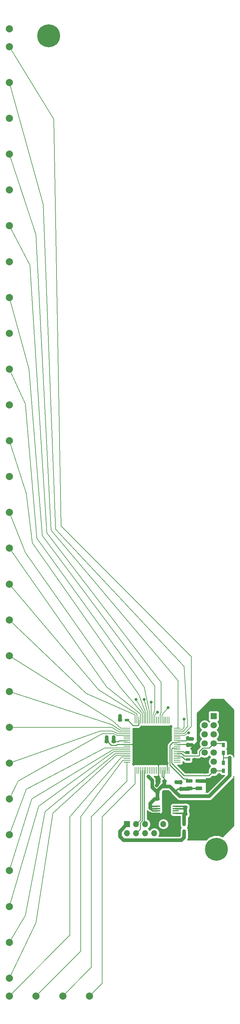
<source format=gtl>
G04 #@! TF.GenerationSoftware,KiCad,Pcbnew,(5.0.0)*
G04 #@! TF.CreationDate,2018-08-18T19:39:24+09:00*
G04 #@! TF.ProjectId,TouchSensor,546F75636853656E736F722E6B696361,rev?*
G04 #@! TF.SameCoordinates,Original*
G04 #@! TF.FileFunction,Copper,L1,Top,Signal*
G04 #@! TF.FilePolarity,Positive*
%FSLAX46Y46*%
G04 Gerber Fmt 4.6, Leading zero omitted, Abs format (unit mm)*
G04 Created by KiCad (PCBNEW (5.0.0)) date 08/18/18 19:39:24*
%MOMM*%
%LPD*%
G01*
G04 APERTURE LIST*
G04 #@! TA.AperFunction,ComponentPad*
%ADD10C,6.400000*%
G04 #@! TD*
G04 #@! TA.AperFunction,ComponentPad*
%ADD11O,1.700000X1.700000*%
G04 #@! TD*
G04 #@! TA.AperFunction,ComponentPad*
%ADD12R,1.700000X1.700000*%
G04 #@! TD*
G04 #@! TA.AperFunction,SMDPad,CuDef*
%ADD13R,1.200000X0.750000*%
G04 #@! TD*
G04 #@! TA.AperFunction,SMDPad,CuDef*
%ADD14R,0.750000X1.200000*%
G04 #@! TD*
G04 #@! TA.AperFunction,ComponentPad*
%ADD15C,1.998980*%
G04 #@! TD*
G04 #@! TA.AperFunction,SMDPad,CuDef*
%ADD16R,0.900000X1.200000*%
G04 #@! TD*
G04 #@! TA.AperFunction,Conductor*
%ADD17C,0.100000*%
G04 #@! TD*
G04 #@! TA.AperFunction,SMDPad,CuDef*
%ADD18C,1.000000*%
G04 #@! TD*
G04 #@! TA.AperFunction,ComponentPad*
%ADD19R,1.800000X1.800000*%
G04 #@! TD*
G04 #@! TA.AperFunction,ComponentPad*
%ADD20C,1.800000*%
G04 #@! TD*
G04 #@! TA.AperFunction,SMDPad,CuDef*
%ADD21R,1.200000X0.900000*%
G04 #@! TD*
G04 #@! TA.AperFunction,SMDPad,CuDef*
%ADD22O,1.800000X0.400000*%
G04 #@! TD*
G04 #@! TA.AperFunction,SMDPad,CuDef*
%ADD23C,2.000000*%
G04 #@! TD*
G04 #@! TA.AperFunction,SMDPad,CuDef*
%ADD24O,2.000000X0.250000*%
G04 #@! TD*
G04 #@! TA.AperFunction,SMDPad,CuDef*
%ADD25O,0.250000X2.000000*%
G04 #@! TD*
G04 #@! TA.AperFunction,ViaPad*
%ADD26C,2.000000*%
G04 #@! TD*
G04 #@! TA.AperFunction,ViaPad*
%ADD27C,0.800000*%
G04 #@! TD*
G04 #@! TA.AperFunction,Conductor*
%ADD28C,1.000000*%
G04 #@! TD*
G04 #@! TA.AperFunction,Conductor*
%ADD29C,0.400000*%
G04 #@! TD*
G04 #@! TA.AperFunction,Conductor*
%ADD30C,0.250000*%
G04 #@! TD*
G04 #@! TA.AperFunction,Conductor*
%ADD31C,0.200000*%
G04 #@! TD*
G04 #@! TA.AperFunction,Conductor*
%ADD32C,0.254000*%
G04 #@! TD*
G04 APERTURE END LIST*
D10*
G04 #@! TO.P,REF\002A\002A,1*
G04 #@! TO.N,N/C*
X111000000Y-52000000D03*
G04 #@! TD*
D11*
G04 #@! TO.P,P1,10*
G04 #@! TO.N,GND*
X143160000Y-274540000D03*
G04 #@! TO.P,P1,9*
G04 #@! TO.N,/RES#*
X143160000Y-272000000D03*
G04 #@! TO.P,P1,8*
G04 #@! TO.N,N/C*
X140620000Y-274540000D03*
G04 #@! TO.P,P1,7*
G04 #@! TO.N,GND*
X140620000Y-272000000D03*
G04 #@! TO.P,P1,6*
G04 #@! TO.N,N/C*
X138080000Y-274540000D03*
G04 #@! TO.P,P1,5*
G04 #@! TO.N,Net-(P1-Pad5)*
X138080000Y-272000000D03*
G04 #@! TO.P,P1,4*
G04 #@! TO.N,Net-(P1-Pad4)*
X135540000Y-274540000D03*
G04 #@! TO.P,P1,3*
G04 #@! TO.N,Net-(P1-Pad3)*
X135540000Y-272000000D03*
G04 #@! TO.P,P1,2*
G04 #@! TO.N,GND*
X133000000Y-274540000D03*
D12*
G04 #@! TO.P,P1,1*
G04 #@! TO.N,+5V*
X133000000Y-272000000D03*
G04 #@! TD*
D13*
G04 #@! TO.P,C1,2*
G04 #@! TO.N,Net-(C1-Pad2)*
X149300000Y-269250000D03*
G04 #@! TO.P,C1,1*
G04 #@! TO.N,GND*
X151200000Y-269250000D03*
G04 #@! TD*
G04 #@! TO.P,C2,1*
G04 #@! TO.N,GND*
X151200000Y-267250000D03*
G04 #@! TO.P,C2,2*
G04 #@! TO.N,Net-(C1-Pad2)*
X149300000Y-267250000D03*
G04 #@! TD*
G04 #@! TO.P,C3,2*
G04 #@! TO.N,+3V3*
X141550000Y-265000000D03*
G04 #@! TO.P,C3,1*
G04 #@! TO.N,GND*
X143450000Y-265000000D03*
G04 #@! TD*
G04 #@! TO.P,C4,1*
G04 #@! TO.N,GND*
X143450000Y-263000000D03*
G04 #@! TO.P,C4,2*
G04 #@! TO.N,+3V3*
X141550000Y-263000000D03*
G04 #@! TD*
D14*
G04 #@! TO.P,C5,1*
G04 #@! TO.N,GND*
X148000000Y-260300000D03*
G04 #@! TO.P,C5,2*
G04 #@! TO.N,+3V3*
X148000000Y-262200000D03*
G04 #@! TD*
D13*
G04 #@! TO.P,C6,1*
G04 #@! TO.N,Net-(C6-Pad1)*
X150050000Y-254000000D03*
G04 #@! TO.P,C6,2*
G04 #@! TO.N,GND*
X151950000Y-254000000D03*
G04 #@! TD*
G04 #@! TO.P,C7,2*
G04 #@! TO.N,Net-(C7-Pad2)*
X132950000Y-243000000D03*
G04 #@! TO.P,C7,1*
G04 #@! TO.N,GND*
X131050000Y-243000000D03*
G04 #@! TD*
D14*
G04 #@! TO.P,C8,2*
G04 #@! TO.N,+3V3*
X150000000Y-248050000D03*
G04 #@! TO.P,C8,1*
G04 #@! TO.N,GND*
X150000000Y-249950000D03*
G04 #@! TD*
D13*
G04 #@! TO.P,C9,1*
G04 #@! TO.N,GND*
X127300000Y-249000000D03*
G04 #@! TO.P,C9,2*
G04 #@! TO.N,+3V3*
X129200000Y-249000000D03*
G04 #@! TD*
G04 #@! TO.P,C10,2*
G04 #@! TO.N,+3V3*
X143450000Y-260000000D03*
G04 #@! TO.P,C10,1*
G04 #@! TO.N,GND*
X141550000Y-260000000D03*
G04 #@! TD*
D15*
G04 #@! TO.P,J1,1*
G04 #@! TO.N,Net-(J1-Pad1)*
X100000000Y-50000000D03*
G04 #@! TD*
G04 #@! TO.P,J2,1*
G04 #@! TO.N,Net-(J2-Pad1)*
X100000000Y-55000000D03*
G04 #@! TD*
G04 #@! TO.P,J3,1*
G04 #@! TO.N,Net-(J3-Pad1)*
X100000000Y-65000000D03*
G04 #@! TD*
G04 #@! TO.P,J4,1*
G04 #@! TO.N,Net-(J4-Pad1)*
X100000000Y-75000000D03*
G04 #@! TD*
G04 #@! TO.P,J5,1*
G04 #@! TO.N,Net-(J5-Pad1)*
X100000000Y-85000000D03*
G04 #@! TD*
G04 #@! TO.P,J6,1*
G04 #@! TO.N,Net-(J6-Pad1)*
X100000000Y-95000000D03*
G04 #@! TD*
G04 #@! TO.P,J7,1*
G04 #@! TO.N,Net-(J7-Pad1)*
X100000000Y-105000000D03*
G04 #@! TD*
G04 #@! TO.P,J8,1*
G04 #@! TO.N,Net-(J8-Pad1)*
X100000000Y-115000000D03*
G04 #@! TD*
G04 #@! TO.P,J9,1*
G04 #@! TO.N,Net-(J9-Pad1)*
X100000000Y-125000000D03*
G04 #@! TD*
G04 #@! TO.P,J10,1*
G04 #@! TO.N,Net-(J10-Pad1)*
X100000000Y-135000000D03*
G04 #@! TD*
G04 #@! TO.P,J11,1*
G04 #@! TO.N,Net-(J11-Pad1)*
X100000000Y-145000000D03*
G04 #@! TD*
G04 #@! TO.P,J12,1*
G04 #@! TO.N,Net-(J12-Pad1)*
X100000000Y-155000000D03*
G04 #@! TD*
G04 #@! TO.P,J13,1*
G04 #@! TO.N,Net-(J13-Pad1)*
X100000000Y-165000000D03*
G04 #@! TD*
G04 #@! TO.P,J14,1*
G04 #@! TO.N,Net-(J14-Pad1)*
X100000000Y-175000000D03*
G04 #@! TD*
G04 #@! TO.P,J15,1*
G04 #@! TO.N,Net-(J15-Pad1)*
X100000000Y-185000000D03*
G04 #@! TD*
G04 #@! TO.P,J16,1*
G04 #@! TO.N,Net-(J16-Pad1)*
X100000000Y-195000000D03*
G04 #@! TD*
G04 #@! TO.P,J17,1*
G04 #@! TO.N,Net-(J17-Pad1)*
X100000000Y-205000000D03*
G04 #@! TD*
G04 #@! TO.P,J18,1*
G04 #@! TO.N,Net-(J18-Pad1)*
X100000000Y-215000000D03*
G04 #@! TD*
G04 #@! TO.P,J19,1*
G04 #@! TO.N,Net-(J19-Pad1)*
X100000000Y-225000000D03*
G04 #@! TD*
G04 #@! TO.P,J20,1*
G04 #@! TO.N,Net-(J20-Pad1)*
X100000000Y-235000000D03*
G04 #@! TD*
G04 #@! TO.P,J21,1*
G04 #@! TO.N,Net-(J21-Pad1)*
X100000000Y-245000000D03*
G04 #@! TD*
G04 #@! TO.P,J22,1*
G04 #@! TO.N,Net-(J22-Pad1)*
X100000000Y-255000000D03*
G04 #@! TD*
G04 #@! TO.P,J23,1*
G04 #@! TO.N,Net-(J23-Pad1)*
X100000000Y-265000000D03*
G04 #@! TD*
G04 #@! TO.P,J24,1*
G04 #@! TO.N,Net-(J24-Pad1)*
X100000000Y-275000000D03*
G04 #@! TD*
G04 #@! TO.P,J25,1*
G04 #@! TO.N,Net-(J25-Pad1)*
X100000000Y-285000000D03*
G04 #@! TD*
G04 #@! TO.P,J26,1*
G04 #@! TO.N,Net-(J26-Pad1)*
X100000000Y-295000000D03*
G04 #@! TD*
G04 #@! TO.P,J27,1*
G04 #@! TO.N,Net-(J27-Pad1)*
X100000000Y-305000000D03*
G04 #@! TD*
G04 #@! TO.P,J28,1*
G04 #@! TO.N,Net-(J28-Pad1)*
X100000000Y-315000000D03*
G04 #@! TD*
G04 #@! TO.P,J29,1*
G04 #@! TO.N,Net-(J29-Pad1)*
X100000000Y-320000000D03*
G04 #@! TD*
G04 #@! TO.P,J30,1*
G04 #@! TO.N,Net-(J30-Pad1)*
X107500000Y-320000000D03*
G04 #@! TD*
G04 #@! TO.P,J31,1*
G04 #@! TO.N,Net-(J31-Pad1)*
X115000000Y-320000000D03*
G04 #@! TD*
G04 #@! TO.P,J32,1*
G04 #@! TO.N,Net-(J32-Pad1)*
X122500000Y-320000000D03*
G04 #@! TD*
D16*
G04 #@! TO.P,L1,2*
G04 #@! TO.N,+5V*
X149000000Y-274100000D03*
G04 #@! TO.P,L1,1*
G04 #@! TO.N,Net-(C1-Pad2)*
X149000000Y-271900000D03*
G04 #@! TD*
D17*
G04 #@! TO.N,+3V3*
G04 #@! TO.C,O1*
G36*
X151074504Y-261551204D02*
X151098773Y-261554804D01*
X151122571Y-261560765D01*
X151145671Y-261569030D01*
X151167849Y-261579520D01*
X151188893Y-261592133D01*
X151208598Y-261606747D01*
X151226777Y-261623223D01*
X151243253Y-261641402D01*
X151257867Y-261661107D01*
X151270480Y-261682151D01*
X151280970Y-261704329D01*
X151289235Y-261727429D01*
X151295196Y-261751227D01*
X151298796Y-261775496D01*
X151300000Y-261800000D01*
X151300000Y-262300000D01*
X151298796Y-262324504D01*
X151295196Y-262348773D01*
X151289235Y-262372571D01*
X151280970Y-262395671D01*
X151270480Y-262417849D01*
X151257867Y-262438893D01*
X151243253Y-262458598D01*
X151226777Y-262476777D01*
X151208598Y-262493253D01*
X151188893Y-262507867D01*
X151167849Y-262520480D01*
X151145671Y-262530970D01*
X151122571Y-262539235D01*
X151098773Y-262545196D01*
X151074504Y-262548796D01*
X151050000Y-262550000D01*
X149750000Y-262550000D01*
X149725496Y-262548796D01*
X149701227Y-262545196D01*
X149677429Y-262539235D01*
X149654329Y-262530970D01*
X149632151Y-262520480D01*
X149611107Y-262507867D01*
X149591402Y-262493253D01*
X149573223Y-262476777D01*
X149556747Y-262458598D01*
X149542133Y-262438893D01*
X149529520Y-262417849D01*
X149519030Y-262395671D01*
X149510765Y-262372571D01*
X149504804Y-262348773D01*
X149501204Y-262324504D01*
X149500000Y-262300000D01*
X149500000Y-261800000D01*
X149501204Y-261775496D01*
X149504804Y-261751227D01*
X149510765Y-261727429D01*
X149519030Y-261704329D01*
X149529520Y-261682151D01*
X149542133Y-261661107D01*
X149556747Y-261641402D01*
X149573223Y-261623223D01*
X149591402Y-261606747D01*
X149611107Y-261592133D01*
X149632151Y-261579520D01*
X149654329Y-261569030D01*
X149677429Y-261560765D01*
X149701227Y-261554804D01*
X149725496Y-261551204D01*
X149750000Y-261550000D01*
X151050000Y-261550000D01*
X151074504Y-261551204D01*
X151074504Y-261551204D01*
G37*
D18*
G04 #@! TD*
G04 #@! TO.P,O1,4*
G04 #@! TO.N,+3V3*
X150400000Y-262050000D03*
D17*
G04 #@! TO.N,+3V3*
G04 #@! TO.C,O1*
G36*
X153774504Y-261551204D02*
X153798773Y-261554804D01*
X153822571Y-261560765D01*
X153845671Y-261569030D01*
X153867849Y-261579520D01*
X153888893Y-261592133D01*
X153908598Y-261606747D01*
X153926777Y-261623223D01*
X153943253Y-261641402D01*
X153957867Y-261661107D01*
X153970480Y-261682151D01*
X153980970Y-261704329D01*
X153989235Y-261727429D01*
X153995196Y-261751227D01*
X153998796Y-261775496D01*
X154000000Y-261800000D01*
X154000000Y-262300000D01*
X153998796Y-262324504D01*
X153995196Y-262348773D01*
X153989235Y-262372571D01*
X153980970Y-262395671D01*
X153970480Y-262417849D01*
X153957867Y-262438893D01*
X153943253Y-262458598D01*
X153926777Y-262476777D01*
X153908598Y-262493253D01*
X153888893Y-262507867D01*
X153867849Y-262520480D01*
X153845671Y-262530970D01*
X153822571Y-262539235D01*
X153798773Y-262545196D01*
X153774504Y-262548796D01*
X153750000Y-262550000D01*
X152450000Y-262550000D01*
X152425496Y-262548796D01*
X152401227Y-262545196D01*
X152377429Y-262539235D01*
X152354329Y-262530970D01*
X152332151Y-262520480D01*
X152311107Y-262507867D01*
X152291402Y-262493253D01*
X152273223Y-262476777D01*
X152256747Y-262458598D01*
X152242133Y-262438893D01*
X152229520Y-262417849D01*
X152219030Y-262395671D01*
X152210765Y-262372571D01*
X152204804Y-262348773D01*
X152201204Y-262324504D01*
X152200000Y-262300000D01*
X152200000Y-261800000D01*
X152201204Y-261775496D01*
X152204804Y-261751227D01*
X152210765Y-261727429D01*
X152219030Y-261704329D01*
X152229520Y-261682151D01*
X152242133Y-261661107D01*
X152256747Y-261641402D01*
X152273223Y-261623223D01*
X152291402Y-261606747D01*
X152311107Y-261592133D01*
X152332151Y-261579520D01*
X152354329Y-261569030D01*
X152377429Y-261560765D01*
X152401227Y-261554804D01*
X152425496Y-261551204D01*
X152450000Y-261550000D01*
X153750000Y-261550000D01*
X153774504Y-261551204D01*
X153774504Y-261551204D01*
G37*
D18*
G04 #@! TD*
G04 #@! TO.P,O1,1*
G04 #@! TO.N,+3V3*
X153100000Y-262050000D03*
D17*
G04 #@! TO.N,/CLK8*
G04 #@! TO.C,O1*
G36*
X151074504Y-259451204D02*
X151098773Y-259454804D01*
X151122571Y-259460765D01*
X151145671Y-259469030D01*
X151167849Y-259479520D01*
X151188893Y-259492133D01*
X151208598Y-259506747D01*
X151226777Y-259523223D01*
X151243253Y-259541402D01*
X151257867Y-259561107D01*
X151270480Y-259582151D01*
X151280970Y-259604329D01*
X151289235Y-259627429D01*
X151295196Y-259651227D01*
X151298796Y-259675496D01*
X151300000Y-259700000D01*
X151300000Y-260200000D01*
X151298796Y-260224504D01*
X151295196Y-260248773D01*
X151289235Y-260272571D01*
X151280970Y-260295671D01*
X151270480Y-260317849D01*
X151257867Y-260338893D01*
X151243253Y-260358598D01*
X151226777Y-260376777D01*
X151208598Y-260393253D01*
X151188893Y-260407867D01*
X151167849Y-260420480D01*
X151145671Y-260430970D01*
X151122571Y-260439235D01*
X151098773Y-260445196D01*
X151074504Y-260448796D01*
X151050000Y-260450000D01*
X149750000Y-260450000D01*
X149725496Y-260448796D01*
X149701227Y-260445196D01*
X149677429Y-260439235D01*
X149654329Y-260430970D01*
X149632151Y-260420480D01*
X149611107Y-260407867D01*
X149591402Y-260393253D01*
X149573223Y-260376777D01*
X149556747Y-260358598D01*
X149542133Y-260338893D01*
X149529520Y-260317849D01*
X149519030Y-260295671D01*
X149510765Y-260272571D01*
X149504804Y-260248773D01*
X149501204Y-260224504D01*
X149500000Y-260200000D01*
X149500000Y-259700000D01*
X149501204Y-259675496D01*
X149504804Y-259651227D01*
X149510765Y-259627429D01*
X149519030Y-259604329D01*
X149529520Y-259582151D01*
X149542133Y-259561107D01*
X149556747Y-259541402D01*
X149573223Y-259523223D01*
X149591402Y-259506747D01*
X149611107Y-259492133D01*
X149632151Y-259479520D01*
X149654329Y-259469030D01*
X149677429Y-259460765D01*
X149701227Y-259454804D01*
X149725496Y-259451204D01*
X149750000Y-259450000D01*
X151050000Y-259450000D01*
X151074504Y-259451204D01*
X151074504Y-259451204D01*
G37*
D18*
G04 #@! TD*
G04 #@! TO.P,O1,3*
G04 #@! TO.N,/CLK8*
X150400000Y-259950000D03*
D17*
G04 #@! TO.N,GND*
G04 #@! TO.C,O1*
G36*
X153774504Y-259451204D02*
X153798773Y-259454804D01*
X153822571Y-259460765D01*
X153845671Y-259469030D01*
X153867849Y-259479520D01*
X153888893Y-259492133D01*
X153908598Y-259506747D01*
X153926777Y-259523223D01*
X153943253Y-259541402D01*
X153957867Y-259561107D01*
X153970480Y-259582151D01*
X153980970Y-259604329D01*
X153989235Y-259627429D01*
X153995196Y-259651227D01*
X153998796Y-259675496D01*
X154000000Y-259700000D01*
X154000000Y-260200000D01*
X153998796Y-260224504D01*
X153995196Y-260248773D01*
X153989235Y-260272571D01*
X153980970Y-260295671D01*
X153970480Y-260317849D01*
X153957867Y-260338893D01*
X153943253Y-260358598D01*
X153926777Y-260376777D01*
X153908598Y-260393253D01*
X153888893Y-260407867D01*
X153867849Y-260420480D01*
X153845671Y-260430970D01*
X153822571Y-260439235D01*
X153798773Y-260445196D01*
X153774504Y-260448796D01*
X153750000Y-260450000D01*
X152450000Y-260450000D01*
X152425496Y-260448796D01*
X152401227Y-260445196D01*
X152377429Y-260439235D01*
X152354329Y-260430970D01*
X152332151Y-260420480D01*
X152311107Y-260407867D01*
X152291402Y-260393253D01*
X152273223Y-260376777D01*
X152256747Y-260358598D01*
X152242133Y-260338893D01*
X152229520Y-260317849D01*
X152219030Y-260295671D01*
X152210765Y-260272571D01*
X152204804Y-260248773D01*
X152201204Y-260224504D01*
X152200000Y-260200000D01*
X152200000Y-259700000D01*
X152201204Y-259675496D01*
X152204804Y-259651227D01*
X152210765Y-259627429D01*
X152219030Y-259604329D01*
X152229520Y-259582151D01*
X152242133Y-259561107D01*
X152256747Y-259541402D01*
X152273223Y-259523223D01*
X152291402Y-259506747D01*
X152311107Y-259492133D01*
X152332151Y-259479520D01*
X152354329Y-259469030D01*
X152377429Y-259460765D01*
X152401227Y-259454804D01*
X152425496Y-259451204D01*
X152450000Y-259450000D01*
X153750000Y-259450000D01*
X153774504Y-259451204D01*
X153774504Y-259451204D01*
G37*
D18*
G04 #@! TD*
G04 #@! TO.P,O1,2*
G04 #@! TO.N,GND*
X153100000Y-259950000D03*
D19*
G04 #@! TO.P,P2,1*
G04 #@! TO.N,N/C*
X157270000Y-241880000D03*
D20*
G04 #@! TO.P,P2,2*
G04 #@! TO.N,GND*
X154730000Y-241880000D03*
G04 #@! TO.P,P2,3*
G04 #@! TO.N,N/C*
X157270000Y-244420000D03*
G04 #@! TO.P,P2,4*
X154730000Y-244420000D03*
G04 #@! TO.P,P2,5*
X157270000Y-246960000D03*
G04 #@! TO.P,P2,6*
X154730000Y-246960000D03*
G04 #@! TO.P,P2,7*
G04 #@! TO.N,/FINED*
X157270000Y-249500000D03*
G04 #@! TO.P,P2,8*
G04 #@! TO.N,+3V3*
X154730000Y-249500000D03*
G04 #@! TO.P,P2,9*
G04 #@! TO.N,N/C*
X157270000Y-252040000D03*
G04 #@! TO.P,P2,10*
X154730000Y-252040000D03*
G04 #@! TO.P,P2,11*
X157270000Y-254580000D03*
G04 #@! TO.P,P2,12*
G04 #@! TO.N,GND*
X154730000Y-254580000D03*
G04 #@! TO.P,P2,13*
G04 #@! TO.N,/RES#*
X157270000Y-257120000D03*
G04 #@! TO.P,P2,14*
G04 #@! TO.N,GND*
X154730000Y-257120000D03*
G04 #@! TD*
D16*
G04 #@! TO.P,R1,1*
G04 #@! TO.N,+3V3*
X160000000Y-252100000D03*
G04 #@! TO.P,R1,2*
G04 #@! TO.N,/FINED*
X160000000Y-249900000D03*
G04 #@! TD*
G04 #@! TO.P,R2,2*
G04 #@! TO.N,/RES#*
X160000000Y-257100000D03*
G04 #@! TO.P,R2,1*
G04 #@! TO.N,+3V3*
X160000000Y-254900000D03*
G04 #@! TD*
D21*
G04 #@! TO.P,R3,2*
G04 #@! TO.N,GND*
X152100000Y-252000000D03*
G04 #@! TO.P,R3,1*
G04 #@! TO.N,Net-(R3-Pad1)*
X149900000Y-252000000D03*
G04 #@! TD*
D22*
G04 #@! TO.P,U1,8*
G04 #@! TO.N,Net-(C1-Pad2)*
X146600000Y-267025000D03*
G04 #@! TO.P,U1,1*
G04 #@! TO.N,+3V3*
X141400000Y-267025000D03*
G04 #@! TO.P,U1,7*
G04 #@! TO.N,Net-(C1-Pad2)*
X146600000Y-267675000D03*
G04 #@! TO.P,U1,2*
G04 #@! TO.N,+3V3*
X141400000Y-267675000D03*
G04 #@! TO.P,U1,6*
G04 #@! TO.N,N/C*
X146600000Y-268325000D03*
G04 #@! TO.P,U1,3*
G04 #@! TO.N,+3V3*
X141400000Y-268325000D03*
G04 #@! TO.P,U1,5*
G04 #@! TO.N,Net-(C1-Pad2)*
X146600000Y-268975000D03*
G04 #@! TO.P,U1,4*
G04 #@! TO.N,GND*
X141400000Y-268975000D03*
D23*
G04 #@! TO.P,U1,EP*
X144000000Y-268000000D03*
D17*
G04 #@! TD*
G04 #@! TO.N,GND*
G04 #@! TO.C,U1*
G36*
X143000000Y-267000000D02*
X145000000Y-267000000D01*
X145000000Y-269000000D01*
X143000000Y-269000000D01*
X143000000Y-267000000D01*
X143000000Y-267000000D01*
G37*
D24*
G04 #@! TO.P,U2,1*
G04 #@! TO.N,N/C*
X147000000Y-254750000D03*
G04 #@! TO.P,U2,2*
X147000000Y-254250000D03*
G04 #@! TO.P,U2,3*
X147000000Y-253750000D03*
G04 #@! TO.P,U2,4*
G04 #@! TO.N,Net-(C6-Pad1)*
X147000000Y-253250000D03*
G04 #@! TO.P,U2,5*
G04 #@! TO.N,N/C*
X147000000Y-252750000D03*
G04 #@! TO.P,U2,6*
G04 #@! TO.N,/FINED*
X147000000Y-252250000D03*
G04 #@! TO.P,U2,7*
G04 #@! TO.N,Net-(R3-Pad1)*
X147000000Y-251750000D03*
G04 #@! TO.P,U2,8*
G04 #@! TO.N,N/C*
X147000000Y-251250000D03*
G04 #@! TO.P,U2,9*
G04 #@! TO.N,/RES#*
X147000000Y-250750000D03*
G04 #@! TO.P,U2,10*
G04 #@! TO.N,N/C*
X147000000Y-250250000D03*
G04 #@! TO.P,U2,11*
G04 #@! TO.N,GND*
X147000000Y-249750000D03*
G04 #@! TO.P,U2,12*
G04 #@! TO.N,/CLK8*
X147000000Y-249250000D03*
G04 #@! TO.P,U2,13*
G04 #@! TO.N,+3V3*
X147000000Y-248750000D03*
G04 #@! TO.P,U2,14*
G04 #@! TO.N,N/C*
X147000000Y-248250000D03*
G04 #@! TO.P,U2,15*
X147000000Y-247750000D03*
G04 #@! TO.P,U2,16*
G04 #@! TO.N,Net-(J1-Pad1)*
X147000000Y-247250000D03*
G04 #@! TO.P,U2,17*
G04 #@! TO.N,Net-(J2-Pad1)*
X147000000Y-246750000D03*
G04 #@! TO.P,U2,18*
G04 #@! TO.N,Net-(J3-Pad1)*
X147000000Y-246250000D03*
G04 #@! TO.P,U2,19*
G04 #@! TO.N,Net-(J4-Pad1)*
X147000000Y-245750000D03*
G04 #@! TO.P,U2,20*
G04 #@! TO.N,Net-(J5-Pad1)*
X147000000Y-245250000D03*
D25*
G04 #@! TO.P,U2,21*
G04 #@! TO.N,N/C*
X144750000Y-243000000D03*
G04 #@! TO.P,U2,22*
X144250000Y-243000000D03*
G04 #@! TO.P,U2,23*
X143750000Y-243000000D03*
G04 #@! TO.P,U2,24*
X143250000Y-243000000D03*
G04 #@! TO.P,U2,25*
G04 #@! TO.N,Net-(J6-Pad1)*
X142750000Y-243000000D03*
G04 #@! TO.P,U2,26*
G04 #@! TO.N,Net-(J7-Pad1)*
X142250000Y-243000000D03*
G04 #@! TO.P,U2,27*
G04 #@! TO.N,N/C*
X141750000Y-243000000D03*
G04 #@! TO.P,U2,28*
X141250000Y-243000000D03*
G04 #@! TO.P,U2,29*
G04 #@! TO.N,Net-(J8-Pad1)*
X140750000Y-243000000D03*
G04 #@! TO.P,U2,30*
G04 #@! TO.N,Net-(J9-Pad1)*
X140250000Y-243000000D03*
G04 #@! TO.P,U2,31*
G04 #@! TO.N,Net-(J10-Pad1)*
X139750000Y-243000000D03*
G04 #@! TO.P,U2,32*
G04 #@! TO.N,Net-(J11-Pad1)*
X139250000Y-243000000D03*
G04 #@! TO.P,U2,33*
G04 #@! TO.N,Net-(J12-Pad1)*
X138750000Y-243000000D03*
G04 #@! TO.P,U2,34*
G04 #@! TO.N,Net-(J13-Pad1)*
X138250000Y-243000000D03*
G04 #@! TO.P,U2,35*
G04 #@! TO.N,Net-(J14-Pad1)*
X137750000Y-243000000D03*
G04 #@! TO.P,U2,36*
G04 #@! TO.N,Net-(J15-Pad1)*
X137250000Y-243000000D03*
G04 #@! TO.P,U2,37*
G04 #@! TO.N,Net-(J16-Pad1)*
X136750000Y-243000000D03*
G04 #@! TO.P,U2,38*
G04 #@! TO.N,Net-(C7-Pad2)*
X136250000Y-243000000D03*
G04 #@! TO.P,U2,39*
G04 #@! TO.N,Net-(J17-Pad1)*
X135750000Y-243000000D03*
G04 #@! TO.P,U2,40*
G04 #@! TO.N,Net-(J18-Pad1)*
X135250000Y-243000000D03*
D24*
G04 #@! TO.P,U2,41*
G04 #@! TO.N,Net-(J19-Pad1)*
X133000000Y-245250000D03*
G04 #@! TO.P,U2,42*
G04 #@! TO.N,Net-(J20-Pad1)*
X133000000Y-245750000D03*
G04 #@! TO.P,U2,43*
G04 #@! TO.N,Net-(J21-Pad1)*
X133000000Y-246250000D03*
G04 #@! TO.P,U2,44*
G04 #@! TO.N,Net-(J22-Pad1)*
X133000000Y-246750000D03*
G04 #@! TO.P,U2,45*
G04 #@! TO.N,Net-(J23-Pad1)*
X133000000Y-247250000D03*
G04 #@! TO.P,U2,46*
G04 #@! TO.N,N/C*
X133000000Y-247750000D03*
G04 #@! TO.P,U2,47*
X133000000Y-248250000D03*
G04 #@! TO.P,U2,48*
G04 #@! TO.N,+3V3*
X133000000Y-248750000D03*
G04 #@! TO.P,U2,49*
G04 #@! TO.N,N/C*
X133000000Y-249250000D03*
G04 #@! TO.P,U2,50*
G04 #@! TO.N,GND*
X133000000Y-249750000D03*
G04 #@! TO.P,U2,51*
G04 #@! TO.N,N/C*
X133000000Y-250250000D03*
G04 #@! TO.P,U2,52*
G04 #@! TO.N,Net-(J24-Pad1)*
X133000000Y-250750000D03*
G04 #@! TO.P,U2,53*
G04 #@! TO.N,Net-(J25-Pad1)*
X133000000Y-251250000D03*
G04 #@! TO.P,U2,54*
G04 #@! TO.N,Net-(J26-Pad1)*
X133000000Y-251750000D03*
G04 #@! TO.P,U2,55*
G04 #@! TO.N,Net-(J27-Pad1)*
X133000000Y-252250000D03*
G04 #@! TO.P,U2,56*
G04 #@! TO.N,Net-(J28-Pad1)*
X133000000Y-252750000D03*
G04 #@! TO.P,U2,57*
G04 #@! TO.N,Net-(J29-Pad1)*
X133000000Y-253250000D03*
G04 #@! TO.P,U2,58*
G04 #@! TO.N,N/C*
X133000000Y-253750000D03*
G04 #@! TO.P,U2,59*
G04 #@! TO.N,Net-(J30-Pad1)*
X133000000Y-254250000D03*
G04 #@! TO.P,U2,60*
G04 #@! TO.N,Net-(J31-Pad1)*
X133000000Y-254750000D03*
D25*
G04 #@! TO.P,U2,61*
G04 #@! TO.N,Net-(J32-Pad1)*
X135250000Y-257000000D03*
G04 #@! TO.P,U2,62*
G04 #@! TO.N,N/C*
X135750000Y-257000000D03*
G04 #@! TO.P,U2,63*
X136250000Y-257000000D03*
G04 #@! TO.P,U2,64*
G04 #@! TO.N,Net-(P1-Pad3)*
X136750000Y-257000000D03*
G04 #@! TO.P,U2,65*
G04 #@! TO.N,Net-(P1-Pad4)*
X137250000Y-257000000D03*
G04 #@! TO.P,U2,66*
G04 #@! TO.N,Net-(P1-Pad5)*
X137750000Y-257000000D03*
G04 #@! TO.P,U2,67*
G04 #@! TO.N,N/C*
X138250000Y-257000000D03*
G04 #@! TO.P,U2,68*
X138750000Y-257000000D03*
G04 #@! TO.P,U2,69*
X139250000Y-257000000D03*
G04 #@! TO.P,U2,70*
X139750000Y-257000000D03*
G04 #@! TO.P,U2,71*
X140250000Y-257000000D03*
G04 #@! TO.P,U2,72*
X140750000Y-257000000D03*
G04 #@! TO.P,U2,73*
X141250000Y-257000000D03*
G04 #@! TO.P,U2,74*
G04 #@! TO.N,GND*
X141750000Y-257000000D03*
G04 #@! TO.P,U2,75*
G04 #@! TO.N,N/C*
X142250000Y-257000000D03*
G04 #@! TO.P,U2,76*
G04 #@! TO.N,+3V3*
X142750000Y-257000000D03*
G04 #@! TO.P,U2,77*
X143250000Y-257000000D03*
G04 #@! TO.P,U2,78*
G04 #@! TO.N,N/C*
X143750000Y-257000000D03*
G04 #@! TO.P,U2,79*
G04 #@! TO.N,GND*
X144250000Y-257000000D03*
G04 #@! TO.P,U2,80*
G04 #@! TO.N,N/C*
X144750000Y-257000000D03*
G04 #@! TD*
D10*
G04 #@! TO.P,REF\002A\002A,1*
G04 #@! TO.N,N/C*
X158000000Y-279000000D03*
G04 #@! TD*
D26*
G04 #@! TO.N,GND*
X144000000Y-268000000D03*
D27*
X131000000Y-241750000D03*
X151250000Y-250000000D03*
X152250000Y-250750000D03*
X152250000Y-255250000D03*
X145000000Y-263500000D03*
X145000000Y-265000000D03*
X127250000Y-247750000D03*
X152750000Y-267250000D03*
X152750000Y-269250000D03*
X141250000Y-261250000D03*
X139500000Y-269000000D03*
X146750000Y-260250000D03*
X155000000Y-260000000D03*
X135500000Y-245500000D03*
X141750000Y-255000000D03*
X135000000Y-249750000D03*
X144250000Y-255000000D03*
X135500000Y-254500000D03*
X144500000Y-245500000D03*
X140000000Y-245500000D03*
X139000000Y-249500000D03*
X142000000Y-251000000D03*
X158500000Y-259000000D03*
X153000000Y-273500000D03*
X146500000Y-273500000D03*
X146500000Y-270500000D03*
X160000000Y-270000000D03*
X160000000Y-265000000D03*
X160000000Y-247000000D03*
X160000000Y-240000000D03*
G04 #@! TO.N,+3V3*
X139000000Y-258750000D03*
X151250000Y-248250000D03*
X129250000Y-247750000D03*
G04 #@! TO.N,Net-(J1-Pad1)*
X150250000Y-246500000D03*
G04 #@! TO.N,Net-(J4-Pad1)*
X149000000Y-242750000D03*
G04 #@! TO.N,Net-(J6-Pad1)*
X144500000Y-239500000D03*
G04 #@! TO.N,Net-(J8-Pad1)*
X141500000Y-240750000D03*
G04 #@! TO.N,Net-(J10-Pad1)*
X139750000Y-238000000D03*
G04 #@! TO.N,Net-(J12-Pad1)*
X137750000Y-237250000D03*
G04 #@! TO.N,Net-(J14-Pad1)*
X135500000Y-237250000D03*
G04 #@! TD*
D28*
G04 #@! TO.N,Net-(C1-Pad2)*
X149300000Y-269250000D02*
X149300000Y-267250000D01*
D29*
X149075000Y-267025000D02*
X149300000Y-267250000D01*
X146600000Y-267025000D02*
X149075000Y-267025000D01*
X148875000Y-267675000D02*
X149300000Y-267250000D01*
X146600000Y-267675000D02*
X148875000Y-267675000D01*
X149025000Y-268975000D02*
X149300000Y-269250000D01*
X146600000Y-268975000D02*
X149025000Y-268975000D01*
D28*
X149000000Y-269550000D02*
X149300000Y-269250000D01*
X149000000Y-271900000D02*
X149000000Y-269550000D01*
D30*
G04 #@! TO.N,GND*
X149800000Y-249750000D02*
X150000000Y-249950000D01*
X147000000Y-249750000D02*
X149800000Y-249750000D01*
X141750000Y-258250000D02*
X141750000Y-257000000D01*
X141750000Y-259175000D02*
X141750000Y-258250000D01*
X141550000Y-259375000D02*
X141750000Y-259175000D01*
X141550000Y-260000000D02*
X141550000Y-259375000D01*
D28*
X131050000Y-243000000D02*
X131050000Y-241800000D01*
X131050000Y-241800000D02*
X131000000Y-241750000D01*
X150000000Y-249950000D02*
X151200000Y-249950000D01*
X151200000Y-249950000D02*
X151250000Y-250000000D01*
X152100000Y-252000000D02*
X152100000Y-250900000D01*
X152100000Y-250900000D02*
X152250000Y-250750000D01*
X151950000Y-254000000D02*
X151950000Y-254950000D01*
X151950000Y-254950000D02*
X152250000Y-255250000D01*
X143450000Y-263000000D02*
X143450000Y-265000000D01*
X143450000Y-263000000D02*
X144500000Y-263000000D01*
X144500000Y-263000000D02*
X145000000Y-263500000D01*
X143450000Y-265000000D02*
X145000000Y-265000000D01*
X127300000Y-249000000D02*
X127300000Y-247800000D01*
X127300000Y-247800000D02*
X127250000Y-247750000D01*
D30*
X133000000Y-249750000D02*
X130250000Y-249750000D01*
X130250000Y-249750000D02*
X130000000Y-250000000D01*
X130000000Y-250000000D02*
X128525000Y-250000000D01*
X127525000Y-249000000D02*
X127300000Y-249000000D01*
X128525000Y-250000000D02*
X127525000Y-249000000D01*
D28*
X151200000Y-269250000D02*
X151200000Y-267250000D01*
X151200000Y-267250000D02*
X152750000Y-267250000D01*
X151200000Y-269250000D02*
X152750000Y-269250000D01*
X141550000Y-260000000D02*
X141550000Y-260950000D01*
X141550000Y-260950000D02*
X141250000Y-261250000D01*
D29*
X141400000Y-268975000D02*
X139525000Y-268975000D01*
X139525000Y-268975000D02*
X139500000Y-269000000D01*
D28*
X148000000Y-260300000D02*
X146800000Y-260300000D01*
X146800000Y-260300000D02*
X146750000Y-260250000D01*
X153100000Y-259950000D02*
X154950000Y-259950000D01*
X154950000Y-259950000D02*
X155000000Y-260000000D01*
D30*
X141750000Y-257000000D02*
X141750000Y-255000000D01*
X133000000Y-249750000D02*
X135000000Y-249750000D01*
X144250000Y-257000000D02*
X144250000Y-255000000D01*
D31*
X136000000Y-255000000D02*
X135500000Y-254500000D01*
X141750000Y-255000000D02*
X136000000Y-255000000D01*
X135500000Y-245500000D02*
X140000000Y-245500000D01*
X140000000Y-245500000D02*
X144500000Y-245500000D01*
X140000000Y-245500000D02*
X139000000Y-249500000D01*
X144250000Y-255000000D02*
X142000000Y-251000000D01*
X155000000Y-260000000D02*
X158500000Y-259000000D01*
X152750000Y-269250000D02*
X153000000Y-273500000D01*
X146500000Y-273500000D02*
X146500000Y-270500000D01*
X153000000Y-273500000D02*
X160000000Y-270000000D01*
X160000000Y-247000000D02*
X160000000Y-240000000D01*
D30*
G04 #@! TO.N,+3V3*
X148250000Y-248750000D02*
X147000000Y-248750000D01*
X149525000Y-248750000D02*
X148250000Y-248750000D01*
X150000000Y-248275000D02*
X149525000Y-248750000D01*
X150000000Y-248050000D02*
X150000000Y-248275000D01*
X143250000Y-258250000D02*
X143250000Y-257000000D01*
X143250000Y-259175000D02*
X143250000Y-258250000D01*
X143450000Y-259375000D02*
X143250000Y-259175000D01*
X143450000Y-260000000D02*
X143450000Y-259375000D01*
X142750000Y-258675000D02*
X143250000Y-259175000D01*
X142750000Y-257000000D02*
X142750000Y-258675000D01*
D28*
X141550000Y-265000000D02*
X141550000Y-263000000D01*
X143450000Y-260764998D02*
X143450000Y-260000000D01*
X141550000Y-263000000D02*
X141550000Y-262664998D01*
X141550000Y-262664998D02*
X142714998Y-261500000D01*
X142714998Y-261500000D02*
X143450000Y-260764998D01*
X142714998Y-261500000D02*
X145000000Y-261500000D01*
X156000000Y-264250000D02*
X161750000Y-258500000D01*
X161750000Y-258500000D02*
X161750000Y-253500000D01*
D30*
X160000000Y-253500000D02*
X160000000Y-254900000D01*
X160000000Y-252100000D02*
X160000000Y-253500000D01*
X160000000Y-253500000D02*
X161750000Y-253500000D01*
D28*
X150200000Y-248250000D02*
X150000000Y-248050000D01*
X151250000Y-248250000D02*
X150200000Y-248250000D01*
X145000000Y-261500000D02*
X146500000Y-263000000D01*
X146500000Y-263000000D02*
X147750000Y-264250000D01*
X147750000Y-264250000D02*
X153000000Y-264250000D01*
X129250000Y-248950000D02*
X129200000Y-249000000D01*
X129250000Y-247750000D02*
X129250000Y-248950000D01*
X140049991Y-261747061D02*
X140967928Y-262664998D01*
X140967928Y-262664998D02*
X141550000Y-262664998D01*
X140049991Y-259799991D02*
X140049991Y-261747061D01*
X139000000Y-258750000D02*
X140049991Y-259799991D01*
X153000000Y-264250000D02*
X156000000Y-264250000D01*
D29*
X139975000Y-267025000D02*
X139500000Y-267500000D01*
X141400000Y-267025000D02*
X139975000Y-267025000D01*
X139675000Y-267675000D02*
X139500000Y-267500000D01*
X141400000Y-267675000D02*
X139675000Y-267675000D01*
X139500000Y-267750000D02*
X140075000Y-268325000D01*
X139500000Y-267500000D02*
X139500000Y-267750000D01*
X140075000Y-268325000D02*
X141400000Y-268325000D01*
X146500000Y-262925000D02*
X146500000Y-263000000D01*
X147225000Y-262200000D02*
X146500000Y-262925000D01*
X148000000Y-262200000D02*
X147225000Y-262200000D01*
D28*
X150250000Y-262200000D02*
X150400000Y-262050000D01*
X148000000Y-262200000D02*
X150250000Y-262200000D01*
D29*
X150400000Y-262050000D02*
X153100000Y-262050000D01*
D28*
X139500000Y-266250000D02*
X139500000Y-267500000D01*
X141550000Y-265000000D02*
X140750000Y-265000000D01*
X140750000Y-265000000D02*
X139500000Y-266250000D01*
D30*
X133000000Y-248750000D02*
X130750000Y-248750000D01*
X130500000Y-249000000D02*
X129200000Y-249000000D01*
X130750000Y-248750000D02*
X130500000Y-249000000D01*
G04 #@! TO.N,Net-(C6-Pad1)*
X148250000Y-253250000D02*
X147000000Y-253250000D01*
X148450000Y-253250000D02*
X148250000Y-253250000D01*
X149200000Y-254000000D02*
X148450000Y-253250000D01*
X150050000Y-254000000D02*
X149200000Y-254000000D01*
G04 #@! TO.N,Net-(C7-Pad2)*
X132950000Y-243000000D02*
X133175000Y-243000000D01*
X136250000Y-244250000D02*
X136250000Y-243000000D01*
X136000000Y-244500000D02*
X136250000Y-244250000D01*
X134675000Y-244500000D02*
X136000000Y-244500000D01*
X133175000Y-243000000D02*
X134675000Y-244500000D01*
D31*
G04 #@! TO.N,Net-(J1-Pad1)*
X147000000Y-247250000D02*
X149000000Y-247250000D01*
X149000000Y-247250000D02*
X150250000Y-246500000D01*
G04 #@! TO.N,Net-(J2-Pad1)*
X149000000Y-246750000D02*
X147000000Y-246750000D01*
X151000000Y-244750000D02*
X149000000Y-246750000D01*
X151000000Y-225250000D02*
X151000000Y-244750000D01*
X114500000Y-188750000D02*
X151000000Y-225250000D01*
X100000000Y-55000000D02*
X112500000Y-75250000D01*
X112500000Y-75250000D02*
X114500000Y-188750000D01*
G04 #@! TO.N,Net-(J3-Pad1)*
X109500000Y-99000000D02*
X100000000Y-65000000D01*
X113000000Y-189750000D02*
X109500000Y-99000000D01*
X147000000Y-246250000D02*
X148500000Y-246250000D01*
X148500000Y-246250000D02*
X150000000Y-244750000D01*
X113000000Y-189750000D02*
X149000000Y-228000000D01*
X149000000Y-228000000D02*
X150000000Y-244750000D01*
G04 #@! TO.N,Net-(J4-Pad1)*
X148250000Y-245750000D02*
X147000000Y-245750000D01*
X149000000Y-242750000D02*
X149000000Y-245000000D01*
X149000000Y-245000000D02*
X148250000Y-245750000D01*
G04 #@! TO.N,Net-(J5-Pad1)*
X111750000Y-190000000D02*
X147250000Y-232000000D01*
X147250000Y-232000000D02*
X147250000Y-245000000D01*
X147000000Y-245250000D02*
X147250000Y-245000000D01*
X100000000Y-85000000D02*
X107500000Y-107500000D01*
X107500000Y-107500000D02*
X111750000Y-190000000D01*
G04 #@! TO.N,Net-(J6-Pad1)*
X144500000Y-239500000D02*
X142750000Y-241500000D01*
X142750000Y-241500000D02*
X142750000Y-243000000D01*
G04 #@! TO.N,Net-(J7-Pad1)*
X105750000Y-116000000D02*
X110500000Y-190750000D01*
X100000000Y-105000000D02*
X105750000Y-116000000D01*
X110500000Y-190750000D02*
X142500000Y-232500000D01*
X142500000Y-232500000D02*
X142500000Y-240750000D01*
X142500000Y-240750000D02*
X142250000Y-241500000D01*
X142250000Y-241500000D02*
X142250000Y-243000000D01*
G04 #@! TO.N,Net-(J8-Pad1)*
X141500000Y-240750000D02*
X140750000Y-241500000D01*
X140750000Y-241500000D02*
X140750000Y-243000000D01*
G04 #@! TO.N,Net-(J9-Pad1)*
X100000000Y-125000000D02*
X105500000Y-145000000D01*
X105500000Y-145000000D02*
X109250000Y-191500000D01*
X109250000Y-191500000D02*
X140750000Y-233500000D01*
X140750000Y-233500000D02*
X140750000Y-240250000D01*
X140750000Y-240250000D02*
X140250000Y-241500000D01*
X140250000Y-241500000D02*
X140250000Y-243000000D01*
G04 #@! TO.N,Net-(J10-Pad1)*
X139750000Y-238000000D02*
X139750000Y-243000000D01*
G04 #@! TO.N,Net-(J11-Pad1)*
X100000000Y-145000000D02*
X104500000Y-154750000D01*
X104500000Y-154750000D02*
X107750000Y-192250000D01*
X107750000Y-192250000D02*
X137750000Y-233750000D01*
X137750000Y-233750000D02*
X139250000Y-240500000D01*
X139250000Y-240500000D02*
X139250000Y-243000000D01*
G04 #@! TO.N,Net-(J12-Pad1)*
X137750000Y-237250000D02*
X138750000Y-240750000D01*
X138750000Y-240750000D02*
X138750000Y-243000000D01*
G04 #@! TO.N,Net-(J13-Pad1)*
X100000000Y-165000000D02*
X104750000Y-179750000D01*
X104750000Y-179750000D02*
X106500000Y-193500000D01*
X106500000Y-193500000D02*
X136250000Y-235750000D01*
X136250000Y-235750000D02*
X138250000Y-241000000D01*
X138250000Y-241000000D02*
X138250000Y-243000000D01*
G04 #@! TO.N,Net-(J14-Pad1)*
X135500000Y-237250000D02*
X137750000Y-241000000D01*
X137750000Y-241000000D02*
X137750000Y-243000000D01*
G04 #@! TO.N,Net-(J15-Pad1)*
X100000000Y-185000000D02*
X104500000Y-196250000D01*
X104500000Y-196250000D02*
X131000000Y-233750000D01*
X131000000Y-233750000D02*
X137250000Y-241000000D01*
X137250000Y-241000000D02*
X137250000Y-243000000D01*
G04 #@! TO.N,Net-(J16-Pad1)*
X136750000Y-243000000D02*
X136750000Y-241250000D01*
X136750000Y-241250000D02*
X127250000Y-233750000D01*
X127250000Y-233750000D02*
X100000000Y-195000000D01*
G04 #@! TO.N,Net-(J17-Pad1)*
X135750000Y-243000000D02*
X135750000Y-241250000D01*
X135750000Y-241250000D02*
X125000000Y-234500000D01*
X125000000Y-234500000D02*
X100000000Y-205000000D01*
G04 #@! TO.N,Net-(J18-Pad1)*
X135250000Y-243000000D02*
X135250000Y-241500000D01*
X135250000Y-241500000D02*
X121500000Y-235500000D01*
X121500000Y-235500000D02*
X100000000Y-215000000D01*
G04 #@! TO.N,Net-(J19-Pad1)*
X133000000Y-245250000D02*
X131250000Y-245250000D01*
X131250000Y-245250000D02*
X129000000Y-243250000D01*
X129000000Y-243250000D02*
X100000000Y-225000000D01*
G04 #@! TO.N,Net-(J20-Pad1)*
X133000000Y-245750000D02*
X131000000Y-245750000D01*
X131000000Y-245750000D02*
X128750000Y-244250000D01*
X128750000Y-244250000D02*
X100000000Y-235000000D01*
G04 #@! TO.N,Net-(J21-Pad1)*
X133000000Y-246250000D02*
X130750000Y-246250000D01*
X130750000Y-246250000D02*
X128750000Y-245000000D01*
X128750000Y-245000000D02*
X100000000Y-245000000D01*
G04 #@! TO.N,Net-(J22-Pad1)*
X133000000Y-246750000D02*
X130500000Y-246750000D01*
X130500000Y-246750000D02*
X128750000Y-246000000D01*
X128750000Y-246000000D02*
X125500000Y-246000000D01*
X125500000Y-246000000D02*
X100000000Y-255000000D01*
G04 #@! TO.N,Net-(J23-Pad1)*
X102500000Y-260000000D02*
X100000000Y-265000000D01*
X126000000Y-246750000D02*
X102500000Y-260000000D01*
X129250000Y-246750000D02*
X126000000Y-246750000D01*
X133000000Y-247250000D02*
X130250000Y-247250000D01*
X130250000Y-247250000D02*
X129250000Y-246750000D01*
G04 #@! TO.N,Net-(J24-Pad1)*
X133000000Y-250750000D02*
X126750000Y-250750000D01*
X126750000Y-250750000D02*
X104750000Y-262250000D01*
X104750000Y-262250000D02*
X100000000Y-275000000D01*
G04 #@! TO.N,Net-(J25-Pad1)*
X133000000Y-251250000D02*
X129000000Y-251250000D01*
X129000000Y-251250000D02*
X106250000Y-265000000D01*
X106250000Y-265000000D02*
X100000000Y-285000000D01*
G04 #@! TO.N,Net-(J26-Pad1)*
X100000000Y-295000000D02*
X108250000Y-267000000D01*
X108250000Y-267000000D02*
X129250000Y-251750000D01*
X129250000Y-251750000D02*
X133000000Y-251750000D01*
G04 #@! TO.N,Net-(J27-Pad1)*
X100000000Y-305000000D02*
X104500000Y-297500000D01*
X104500000Y-297500000D02*
X110000000Y-268500000D01*
X110000000Y-268500000D02*
X129750000Y-252250000D01*
X129750000Y-252250000D02*
X133000000Y-252250000D01*
G04 #@! TO.N,Net-(J28-Pad1)*
X130000000Y-252750000D02*
X112250000Y-269000000D01*
X133000000Y-252750000D02*
X130000000Y-252750000D01*
X112250000Y-269000000D02*
X107500000Y-299500000D01*
X107500000Y-299500000D02*
X100000000Y-315000000D01*
G04 #@! TO.N,Net-(J29-Pad1)*
X117000000Y-303000000D02*
X100000000Y-320000000D01*
X133000000Y-253250000D02*
X131500000Y-253250000D01*
X131500000Y-253250000D02*
X117000000Y-270000000D01*
X117000000Y-270000000D02*
X117000000Y-303000000D01*
G04 #@! TO.N,Net-(J30-Pad1)*
X120000000Y-307500000D02*
X107500000Y-320000000D01*
X133000000Y-254250000D02*
X131750000Y-254250000D01*
X131750000Y-254250000D02*
X120000000Y-270000000D01*
X120000000Y-270000000D02*
X120000000Y-307500000D01*
G04 #@! TO.N,Net-(J31-Pad1)*
X123000000Y-312000000D02*
X115000000Y-320000000D01*
X123000000Y-270000000D02*
X123000000Y-312000000D01*
X133000000Y-254750000D02*
X133000000Y-260000000D01*
X133000000Y-260000000D02*
X123000000Y-270000000D01*
G04 #@! TO.N,Net-(J32-Pad1)*
X126000000Y-316500000D02*
X122500000Y-320000000D01*
X126000000Y-270000000D02*
X126000000Y-316500000D01*
X135250000Y-257000000D02*
X135250000Y-260750000D01*
X135250000Y-260750000D02*
X126000000Y-270000000D01*
D28*
G04 #@! TO.N,+5V*
X149000000Y-275700000D02*
X149000000Y-274100000D01*
X148200000Y-276500000D02*
X149000000Y-275700000D01*
X132000000Y-276500000D02*
X148200000Y-276500000D01*
X131000000Y-275500000D02*
X132000000Y-276500000D01*
X131000000Y-274000000D02*
X131000000Y-275500000D01*
X133000000Y-272000000D02*
X131000000Y-274000000D01*
D30*
G04 #@! TO.N,/CLK8*
X145750000Y-249250000D02*
X145000000Y-250000000D01*
X147000000Y-249250000D02*
X145750000Y-249250000D01*
X145000000Y-250000000D02*
X145000000Y-255500000D01*
X149829290Y-259379290D02*
X150400000Y-259950000D01*
X148879290Y-259379290D02*
X149829290Y-259379290D01*
X145000000Y-255500000D02*
X148879290Y-259379290D01*
G04 #@! TO.N,/RES#*
X159980000Y-257120000D02*
X160000000Y-257100000D01*
X157270000Y-257120000D02*
X159980000Y-257120000D01*
X145750000Y-250750000D02*
X147000000Y-250750000D01*
X145500000Y-251000000D02*
X145750000Y-250750000D01*
X145500000Y-255000000D02*
X145500000Y-251000000D01*
X149000000Y-258500000D02*
X145500000Y-255000000D01*
X157270000Y-257120000D02*
X155890000Y-258500000D01*
X155890000Y-258500000D02*
X149000000Y-258500000D01*
G04 #@! TO.N,Net-(P1-Pad5)*
X137750000Y-271670000D02*
X138080000Y-272000000D01*
X137750000Y-257000000D02*
X137750000Y-271670000D01*
G04 #@! TO.N,Net-(P1-Pad4)*
X136389999Y-273690001D02*
X135540000Y-274540000D01*
X136715001Y-273364999D02*
X136389999Y-273690001D01*
X136715001Y-271625997D02*
X136715001Y-273364999D01*
X137250000Y-271090998D02*
X136715001Y-271625997D01*
X137250000Y-257000000D02*
X137250000Y-271090998D01*
G04 #@! TO.N,Net-(P1-Pad3)*
X136750000Y-270790000D02*
X135540000Y-272000000D01*
X136750000Y-257000000D02*
X136750000Y-270790000D01*
G04 #@! TO.N,/FINED*
X159600000Y-249500000D02*
X160000000Y-249900000D01*
X157270000Y-249500000D02*
X159600000Y-249500000D01*
X148250000Y-252250000D02*
X147000000Y-252250000D01*
X149000000Y-253000000D02*
X148250000Y-252250000D01*
X156020000Y-250750000D02*
X154206998Y-250750000D01*
X157270000Y-249500000D02*
X156020000Y-250750000D01*
X154206998Y-250750000D02*
X153250000Y-251706998D01*
X153250000Y-251706998D02*
X153250000Y-252750000D01*
X153250000Y-252750000D02*
X153000000Y-253000000D01*
X153000000Y-253000000D02*
X149000000Y-253000000D01*
G04 #@! TO.N,Net-(R3-Pad1)*
X148250000Y-251750000D02*
X147000000Y-251750000D01*
X148800000Y-251750000D02*
X148250000Y-251750000D01*
X149050000Y-252000000D02*
X148800000Y-251750000D01*
X149900000Y-252000000D02*
X149050000Y-252000000D01*
G04 #@! TD*
D32*
G04 #@! TO.N,GND*
G36*
X162873000Y-272447394D02*
X159747521Y-275572873D01*
X158762829Y-275165000D01*
X157237171Y-275165000D01*
X155827647Y-275748844D01*
X155203491Y-276373000D01*
X149915368Y-276373000D01*
X150069146Y-276142855D01*
X150069146Y-276142854D01*
X150157235Y-275700000D01*
X150135000Y-275588217D01*
X150135000Y-273988217D01*
X150097440Y-273799389D01*
X150097440Y-273500000D01*
X150048157Y-273252235D01*
X149907809Y-273042191D01*
X149844666Y-273000000D01*
X149907809Y-272957809D01*
X150048157Y-272747765D01*
X150097440Y-272500000D01*
X150097440Y-272200611D01*
X150135000Y-272011783D01*
X150135000Y-270225696D01*
X150147765Y-270223157D01*
X150357809Y-270082809D01*
X150498157Y-269872765D01*
X150547440Y-269625000D01*
X150547440Y-268875000D01*
X150498157Y-268627235D01*
X150435000Y-268532715D01*
X150435000Y-267967285D01*
X150498157Y-267872765D01*
X150547440Y-267625000D01*
X150547440Y-266875000D01*
X150498157Y-266627235D01*
X150357809Y-266417191D01*
X150147765Y-266276843D01*
X149900000Y-266227560D01*
X149812755Y-266227560D01*
X149742855Y-266180854D01*
X149300000Y-266092765D01*
X148857146Y-266180854D01*
X148843458Y-266190000D01*
X145817763Y-266190000D01*
X145574199Y-266238448D01*
X145297999Y-266422999D01*
X145113448Y-266699199D01*
X145048642Y-267025000D01*
X145113289Y-267350000D01*
X145048642Y-267675000D01*
X145113289Y-268000000D01*
X145048642Y-268325000D01*
X145113289Y-268650000D01*
X145048642Y-268975000D01*
X145113448Y-269300801D01*
X145297999Y-269577001D01*
X145574199Y-269761552D01*
X145817763Y-269810000D01*
X147865001Y-269810000D01*
X147865000Y-272011782D01*
X147902560Y-272200610D01*
X147902560Y-272500000D01*
X147951843Y-272747765D01*
X148092191Y-272957809D01*
X148155334Y-273000000D01*
X148092191Y-273042191D01*
X147951843Y-273252235D01*
X147902560Y-273500000D01*
X147902560Y-273799392D01*
X147865000Y-273988217D01*
X147865000Y-275229868D01*
X147729869Y-275365000D01*
X141854746Y-275365000D01*
X142018839Y-275119418D01*
X142134092Y-274540000D01*
X142018839Y-273960582D01*
X141690625Y-273469375D01*
X141199418Y-273141161D01*
X140766256Y-273055000D01*
X140473744Y-273055000D01*
X140040582Y-273141161D01*
X139549375Y-273469375D01*
X139350000Y-273767761D01*
X139150625Y-273469375D01*
X138852239Y-273270000D01*
X139150625Y-273070625D01*
X139478839Y-272579418D01*
X139594092Y-272000000D01*
X141645908Y-272000000D01*
X141761161Y-272579418D01*
X142089375Y-273070625D01*
X142580582Y-273398839D01*
X143013744Y-273485000D01*
X143306256Y-273485000D01*
X143739418Y-273398839D01*
X144230625Y-273070625D01*
X144558839Y-272579418D01*
X144674092Y-272000000D01*
X144558839Y-271420582D01*
X144230625Y-270929375D01*
X143739418Y-270601161D01*
X143306256Y-270515000D01*
X143013744Y-270515000D01*
X142580582Y-270601161D01*
X142089375Y-270929375D01*
X141761161Y-271420582D01*
X141645908Y-272000000D01*
X139594092Y-272000000D01*
X139478839Y-271420582D01*
X139150625Y-270929375D01*
X138659418Y-270601161D01*
X138627000Y-270594713D01*
X138627000Y-268236407D01*
X138681712Y-268318289D01*
X139057146Y-268569146D01*
X139158424Y-268589291D01*
X139426414Y-268857282D01*
X139472999Y-268927001D01*
X139544835Y-268975000D01*
X139749199Y-269111552D01*
X140075000Y-269176358D01*
X140157237Y-269160000D01*
X142182237Y-269160000D01*
X142425801Y-269111552D01*
X142702001Y-268927001D01*
X142735411Y-268877000D01*
X142750000Y-268877000D01*
X142798601Y-268867333D01*
X142839803Y-268839803D01*
X142867333Y-268798601D01*
X142877000Y-268750000D01*
X142877000Y-268665097D01*
X142886552Y-268650801D01*
X142951358Y-268325000D01*
X142886711Y-268000000D01*
X142951358Y-267675000D01*
X142886711Y-267350000D01*
X142951358Y-267025000D01*
X142886552Y-266699199D01*
X142877000Y-266684903D01*
X142877000Y-263000000D01*
X142867565Y-262952565D01*
X143185130Y-262635000D01*
X144529869Y-262635000D01*
X145776476Y-263881608D01*
X145776479Y-263881610D01*
X146868389Y-264973521D01*
X146931711Y-265068289D01*
X147307145Y-265319146D01*
X147750000Y-265407235D01*
X147861783Y-265385000D01*
X155888217Y-265385000D01*
X156000000Y-265407235D01*
X156111783Y-265385000D01*
X156442855Y-265319146D01*
X156818289Y-265068289D01*
X156881613Y-264973518D01*
X162473522Y-259381610D01*
X162568289Y-259318289D01*
X162819146Y-258942855D01*
X162857507Y-258750000D01*
X162873000Y-258672111D01*
X162873000Y-272447394D01*
X162873000Y-272447394D01*
G37*
X162873000Y-272447394D02*
X159747521Y-275572873D01*
X158762829Y-275165000D01*
X157237171Y-275165000D01*
X155827647Y-275748844D01*
X155203491Y-276373000D01*
X149915368Y-276373000D01*
X150069146Y-276142855D01*
X150069146Y-276142854D01*
X150157235Y-275700000D01*
X150135000Y-275588217D01*
X150135000Y-273988217D01*
X150097440Y-273799389D01*
X150097440Y-273500000D01*
X150048157Y-273252235D01*
X149907809Y-273042191D01*
X149844666Y-273000000D01*
X149907809Y-272957809D01*
X150048157Y-272747765D01*
X150097440Y-272500000D01*
X150097440Y-272200611D01*
X150135000Y-272011783D01*
X150135000Y-270225696D01*
X150147765Y-270223157D01*
X150357809Y-270082809D01*
X150498157Y-269872765D01*
X150547440Y-269625000D01*
X150547440Y-268875000D01*
X150498157Y-268627235D01*
X150435000Y-268532715D01*
X150435000Y-267967285D01*
X150498157Y-267872765D01*
X150547440Y-267625000D01*
X150547440Y-266875000D01*
X150498157Y-266627235D01*
X150357809Y-266417191D01*
X150147765Y-266276843D01*
X149900000Y-266227560D01*
X149812755Y-266227560D01*
X149742855Y-266180854D01*
X149300000Y-266092765D01*
X148857146Y-266180854D01*
X148843458Y-266190000D01*
X145817763Y-266190000D01*
X145574199Y-266238448D01*
X145297999Y-266422999D01*
X145113448Y-266699199D01*
X145048642Y-267025000D01*
X145113289Y-267350000D01*
X145048642Y-267675000D01*
X145113289Y-268000000D01*
X145048642Y-268325000D01*
X145113289Y-268650000D01*
X145048642Y-268975000D01*
X145113448Y-269300801D01*
X145297999Y-269577001D01*
X145574199Y-269761552D01*
X145817763Y-269810000D01*
X147865001Y-269810000D01*
X147865000Y-272011782D01*
X147902560Y-272200610D01*
X147902560Y-272500000D01*
X147951843Y-272747765D01*
X148092191Y-272957809D01*
X148155334Y-273000000D01*
X148092191Y-273042191D01*
X147951843Y-273252235D01*
X147902560Y-273500000D01*
X147902560Y-273799392D01*
X147865000Y-273988217D01*
X147865000Y-275229868D01*
X147729869Y-275365000D01*
X141854746Y-275365000D01*
X142018839Y-275119418D01*
X142134092Y-274540000D01*
X142018839Y-273960582D01*
X141690625Y-273469375D01*
X141199418Y-273141161D01*
X140766256Y-273055000D01*
X140473744Y-273055000D01*
X140040582Y-273141161D01*
X139549375Y-273469375D01*
X139350000Y-273767761D01*
X139150625Y-273469375D01*
X138852239Y-273270000D01*
X139150625Y-273070625D01*
X139478839Y-272579418D01*
X139594092Y-272000000D01*
X141645908Y-272000000D01*
X141761161Y-272579418D01*
X142089375Y-273070625D01*
X142580582Y-273398839D01*
X143013744Y-273485000D01*
X143306256Y-273485000D01*
X143739418Y-273398839D01*
X144230625Y-273070625D01*
X144558839Y-272579418D01*
X144674092Y-272000000D01*
X144558839Y-271420582D01*
X144230625Y-270929375D01*
X143739418Y-270601161D01*
X143306256Y-270515000D01*
X143013744Y-270515000D01*
X142580582Y-270601161D01*
X142089375Y-270929375D01*
X141761161Y-271420582D01*
X141645908Y-272000000D01*
X139594092Y-272000000D01*
X139478839Y-271420582D01*
X139150625Y-270929375D01*
X138659418Y-270601161D01*
X138627000Y-270594713D01*
X138627000Y-268236407D01*
X138681712Y-268318289D01*
X139057146Y-268569146D01*
X139158424Y-268589291D01*
X139426414Y-268857282D01*
X139472999Y-268927001D01*
X139544835Y-268975000D01*
X139749199Y-269111552D01*
X140075000Y-269176358D01*
X140157237Y-269160000D01*
X142182237Y-269160000D01*
X142425801Y-269111552D01*
X142702001Y-268927001D01*
X142735411Y-268877000D01*
X142750000Y-268877000D01*
X142798601Y-268867333D01*
X142839803Y-268839803D01*
X142867333Y-268798601D01*
X142877000Y-268750000D01*
X142877000Y-268665097D01*
X142886552Y-268650801D01*
X142951358Y-268325000D01*
X142886711Y-268000000D01*
X142951358Y-267675000D01*
X142886711Y-267350000D01*
X142951358Y-267025000D01*
X142886552Y-266699199D01*
X142877000Y-266684903D01*
X142877000Y-263000000D01*
X142867565Y-262952565D01*
X143185130Y-262635000D01*
X144529869Y-262635000D01*
X145776476Y-263881608D01*
X145776479Y-263881610D01*
X146868389Y-264973521D01*
X146931711Y-265068289D01*
X147307145Y-265319146D01*
X147750000Y-265407235D01*
X147861783Y-265385000D01*
X155888217Y-265385000D01*
X156000000Y-265407235D01*
X156111783Y-265385000D01*
X156442855Y-265319146D01*
X156818289Y-265068289D01*
X156881613Y-264973518D01*
X162473522Y-259381610D01*
X162568289Y-259318289D01*
X162819146Y-258942855D01*
X162857507Y-258750000D01*
X162873000Y-258672111D01*
X162873000Y-272447394D01*
G36*
X158951843Y-257947765D02*
X159092191Y-258157809D01*
X159302235Y-258298157D01*
X159550000Y-258347440D01*
X160297428Y-258347440D01*
X155529869Y-263115000D01*
X155052093Y-263115000D01*
X155089803Y-263089803D01*
X155117333Y-263048601D01*
X155127000Y-263000000D01*
X155127000Y-259260000D01*
X155815153Y-259260000D01*
X155890000Y-259274888D01*
X155964847Y-259260000D01*
X155964852Y-259260000D01*
X156186537Y-259215904D01*
X156437929Y-259047929D01*
X156480331Y-258984470D01*
X156855161Y-258609640D01*
X156964670Y-258655000D01*
X157575330Y-258655000D01*
X158139507Y-258421310D01*
X158571310Y-257989507D01*
X158616669Y-257880000D01*
X158938364Y-257880000D01*
X158951843Y-257947765D01*
X158951843Y-257947765D01*
G37*
X158951843Y-257947765D02*
X159092191Y-258157809D01*
X159302235Y-258298157D01*
X159550000Y-258347440D01*
X160297428Y-258347440D01*
X155529869Y-263115000D01*
X155052093Y-263115000D01*
X155089803Y-263089803D01*
X155117333Y-263048601D01*
X155127000Y-263000000D01*
X155127000Y-259260000D01*
X155815153Y-259260000D01*
X155890000Y-259274888D01*
X155964847Y-259260000D01*
X155964852Y-259260000D01*
X156186537Y-259215904D01*
X156437929Y-259047929D01*
X156480331Y-258984470D01*
X156855161Y-258609640D01*
X156964670Y-258655000D01*
X157575330Y-258655000D01*
X158139507Y-258421310D01*
X158571310Y-257989507D01*
X158616669Y-257880000D01*
X158938364Y-257880000D01*
X158951843Y-257947765D01*
G36*
X141953463Y-258590904D02*
X141990001Y-258598172D01*
X141990001Y-258600149D01*
X141975112Y-258675000D01*
X142034097Y-258971537D01*
X142085141Y-259047929D01*
X142202072Y-259222929D01*
X142265527Y-259265329D01*
X142302148Y-259301949D01*
X142251843Y-259377235D01*
X142202560Y-259625000D01*
X142202560Y-260375000D01*
X142207920Y-260401947D01*
X141991479Y-260618387D01*
X141896709Y-260681711D01*
X141833387Y-260776479D01*
X141258964Y-261350903D01*
X141184991Y-261276930D01*
X141184991Y-259911774D01*
X141207226Y-259799991D01*
X141119137Y-259357136D01*
X140931600Y-259076467D01*
X140868280Y-258981702D01*
X140773515Y-258918382D01*
X140462710Y-258607578D01*
X140500000Y-258600161D01*
X140750000Y-258649889D01*
X141000000Y-258600161D01*
X141250000Y-258649889D01*
X141546536Y-258590904D01*
X141750000Y-258454954D01*
X141953463Y-258590904D01*
X141953463Y-258590904D01*
G37*
X141953463Y-258590904D02*
X141990001Y-258598172D01*
X141990001Y-258600149D01*
X141975112Y-258675000D01*
X142034097Y-258971537D01*
X142085141Y-259047929D01*
X142202072Y-259222929D01*
X142265527Y-259265329D01*
X142302148Y-259301949D01*
X142251843Y-259377235D01*
X142202560Y-259625000D01*
X142202560Y-260375000D01*
X142207920Y-260401947D01*
X141991479Y-260618387D01*
X141896709Y-260681711D01*
X141833387Y-260776479D01*
X141258964Y-261350903D01*
X141184991Y-261276930D01*
X141184991Y-259911774D01*
X141207226Y-259799991D01*
X141119137Y-259357136D01*
X140931600Y-259076467D01*
X140868280Y-258981702D01*
X140773515Y-258918382D01*
X140462710Y-258607578D01*
X140500000Y-258600161D01*
X140750000Y-258649889D01*
X141000000Y-258600161D01*
X141250000Y-258649889D01*
X141546536Y-258590904D01*
X141750000Y-258454954D01*
X141953463Y-258590904D01*
G36*
X156369183Y-253310000D02*
X155968690Y-253710493D01*
X155735000Y-254274670D01*
X155735000Y-254885330D01*
X155968690Y-255449507D01*
X156369183Y-255850000D01*
X155968690Y-256250493D01*
X155735000Y-256814670D01*
X155735000Y-257425330D01*
X155780360Y-257534839D01*
X155575199Y-257740000D01*
X149314803Y-257740000D01*
X147084802Y-255510000D01*
X147949852Y-255510000D01*
X148171537Y-255465904D01*
X148422929Y-255297929D01*
X148590904Y-255046537D01*
X148649889Y-254750000D01*
X148600161Y-254500000D01*
X148604315Y-254479117D01*
X148609671Y-254484473D01*
X148652071Y-254547929D01*
X148903463Y-254715904D01*
X148915704Y-254718339D01*
X148992191Y-254832809D01*
X149202235Y-254973157D01*
X149450000Y-255022440D01*
X150650000Y-255022440D01*
X150897765Y-254973157D01*
X151107809Y-254832809D01*
X151248157Y-254622765D01*
X151297440Y-254375000D01*
X151297440Y-253760000D01*
X152925153Y-253760000D01*
X153000000Y-253774888D01*
X153074847Y-253760000D01*
X153074852Y-253760000D01*
X153296537Y-253715904D01*
X153547929Y-253547929D01*
X153590330Y-253484471D01*
X153734472Y-253340330D01*
X153797929Y-253297929D01*
X153805613Y-253286430D01*
X153860493Y-253341310D01*
X154424670Y-253575000D01*
X155035330Y-253575000D01*
X155599507Y-253341310D01*
X156000000Y-252940817D01*
X156369183Y-253310000D01*
X156369183Y-253310000D01*
G37*
X156369183Y-253310000D02*
X155968690Y-253710493D01*
X155735000Y-254274670D01*
X155735000Y-254885330D01*
X155968690Y-255449507D01*
X156369183Y-255850000D01*
X155968690Y-256250493D01*
X155735000Y-256814670D01*
X155735000Y-257425330D01*
X155780360Y-257534839D01*
X155575199Y-257740000D01*
X149314803Y-257740000D01*
X147084802Y-255510000D01*
X147949852Y-255510000D01*
X148171537Y-255465904D01*
X148422929Y-255297929D01*
X148590904Y-255046537D01*
X148649889Y-254750000D01*
X148600161Y-254500000D01*
X148604315Y-254479117D01*
X148609671Y-254484473D01*
X148652071Y-254547929D01*
X148903463Y-254715904D01*
X148915704Y-254718339D01*
X148992191Y-254832809D01*
X149202235Y-254973157D01*
X149450000Y-255022440D01*
X150650000Y-255022440D01*
X150897765Y-254973157D01*
X151107809Y-254832809D01*
X151248157Y-254622765D01*
X151297440Y-254375000D01*
X151297440Y-253760000D01*
X152925153Y-253760000D01*
X153000000Y-253774888D01*
X153074847Y-253760000D01*
X153074852Y-253760000D01*
X153296537Y-253715904D01*
X153547929Y-253547929D01*
X153590330Y-253484471D01*
X153734472Y-253340330D01*
X153797929Y-253297929D01*
X153805613Y-253286430D01*
X153860493Y-253341310D01*
X154424670Y-253575000D01*
X155035330Y-253575000D01*
X155599507Y-253341310D01*
X156000000Y-252940817D01*
X156369183Y-253310000D01*
G36*
X145555199Y-244734805D02*
X145409096Y-244953463D01*
X145350111Y-245250000D01*
X145399839Y-245500000D01*
X145350111Y-245750000D01*
X145399839Y-246000000D01*
X145350111Y-246250000D01*
X145399839Y-246500000D01*
X145350111Y-246750000D01*
X145399839Y-247000000D01*
X145350111Y-247250000D01*
X145399839Y-247500000D01*
X145350111Y-247750000D01*
X145399839Y-248000000D01*
X145350111Y-248250000D01*
X145399839Y-248500000D01*
X145383798Y-248580645D01*
X145202071Y-248702071D01*
X145159671Y-248765527D01*
X144515530Y-249409669D01*
X144452071Y-249452071D01*
X144284096Y-249703464D01*
X144240000Y-249925149D01*
X144240000Y-249925153D01*
X144225112Y-250000000D01*
X144240000Y-250074847D01*
X144240001Y-255425148D01*
X144225112Y-255500000D01*
X144231631Y-255532772D01*
X144046537Y-255409096D01*
X143750000Y-255350111D01*
X143500000Y-255399839D01*
X143250000Y-255350111D01*
X143000000Y-255399839D01*
X142750000Y-255350111D01*
X142500000Y-255399839D01*
X142250000Y-255350111D01*
X141953464Y-255409096D01*
X141750001Y-255545046D01*
X141546537Y-255409096D01*
X141250000Y-255350111D01*
X141000000Y-255399839D01*
X140750000Y-255350111D01*
X140500000Y-255399839D01*
X140250000Y-255350111D01*
X140000000Y-255399839D01*
X139750000Y-255350111D01*
X139500000Y-255399839D01*
X139250000Y-255350111D01*
X139000000Y-255399839D01*
X138750000Y-255350111D01*
X138500000Y-255399839D01*
X138250000Y-255350111D01*
X138000000Y-255399839D01*
X137750000Y-255350111D01*
X137500000Y-255399839D01*
X137250000Y-255350111D01*
X137000000Y-255399839D01*
X136750000Y-255350111D01*
X136500000Y-255399839D01*
X136250000Y-255350111D01*
X136000000Y-255399839D01*
X135750000Y-255350111D01*
X135500000Y-255399839D01*
X135250000Y-255350111D01*
X134953464Y-255409096D01*
X134734805Y-255555199D01*
X134444801Y-255265195D01*
X134590904Y-255046537D01*
X134649889Y-254750000D01*
X134600161Y-254500000D01*
X134649889Y-254250000D01*
X134600161Y-253999999D01*
X134649889Y-253750000D01*
X134600161Y-253500000D01*
X134649889Y-253250000D01*
X134600161Y-252999999D01*
X134649889Y-252750000D01*
X134600161Y-252500000D01*
X134649889Y-252250000D01*
X134600161Y-251999999D01*
X134649889Y-251750000D01*
X134600161Y-251500000D01*
X134649889Y-251250000D01*
X134600161Y-251000000D01*
X134649889Y-250750000D01*
X134600161Y-250500000D01*
X134649889Y-250250000D01*
X134590904Y-249953463D01*
X134454954Y-249750000D01*
X134590904Y-249546537D01*
X134649889Y-249250000D01*
X134600161Y-249000000D01*
X134649889Y-248750000D01*
X134600161Y-248500000D01*
X134649889Y-248250000D01*
X134600161Y-248000000D01*
X134649889Y-247750000D01*
X134600161Y-247500000D01*
X134649889Y-247250000D01*
X134600161Y-247000000D01*
X134649889Y-246750000D01*
X134600161Y-246500000D01*
X134649889Y-246250000D01*
X134600161Y-246000000D01*
X134649889Y-245750000D01*
X134600161Y-245500000D01*
X134646083Y-245269136D01*
X134674999Y-245274888D01*
X134749846Y-245260000D01*
X135925153Y-245260000D01*
X136000000Y-245274888D01*
X136074847Y-245260000D01*
X136074852Y-245260000D01*
X136296537Y-245215904D01*
X136547929Y-245047929D01*
X136590330Y-244984471D01*
X136734473Y-244840329D01*
X136797929Y-244797929D01*
X136919355Y-244616202D01*
X137000000Y-244600161D01*
X137250000Y-244649889D01*
X137500000Y-244600161D01*
X137750000Y-244649889D01*
X138000000Y-244600161D01*
X138250000Y-244649889D01*
X138500000Y-244600161D01*
X138750000Y-244649889D01*
X139000000Y-244600161D01*
X139250000Y-244649889D01*
X139500000Y-244600161D01*
X139750000Y-244649889D01*
X140000000Y-244600161D01*
X140250000Y-244649889D01*
X140500000Y-244600161D01*
X140750000Y-244649889D01*
X141000000Y-244600161D01*
X141250000Y-244649889D01*
X141500000Y-244600161D01*
X141750000Y-244649889D01*
X142000000Y-244600161D01*
X142250000Y-244649889D01*
X142500000Y-244600161D01*
X142750000Y-244649889D01*
X143000000Y-244600161D01*
X143250000Y-244649889D01*
X143500000Y-244600161D01*
X143750000Y-244649889D01*
X144000000Y-244600161D01*
X144250000Y-244649889D01*
X144500000Y-244600161D01*
X144750000Y-244649889D01*
X145046536Y-244590904D01*
X145265195Y-244444801D01*
X145555199Y-244734805D01*
X145555199Y-244734805D01*
G37*
X145555199Y-244734805D02*
X145409096Y-244953463D01*
X145350111Y-245250000D01*
X145399839Y-245500000D01*
X145350111Y-245750000D01*
X145399839Y-246000000D01*
X145350111Y-246250000D01*
X145399839Y-246500000D01*
X145350111Y-246750000D01*
X145399839Y-247000000D01*
X145350111Y-247250000D01*
X145399839Y-247500000D01*
X145350111Y-247750000D01*
X145399839Y-248000000D01*
X145350111Y-248250000D01*
X145399839Y-248500000D01*
X145383798Y-248580645D01*
X145202071Y-248702071D01*
X145159671Y-248765527D01*
X144515530Y-249409669D01*
X144452071Y-249452071D01*
X144284096Y-249703464D01*
X144240000Y-249925149D01*
X144240000Y-249925153D01*
X144225112Y-250000000D01*
X144240000Y-250074847D01*
X144240001Y-255425148D01*
X144225112Y-255500000D01*
X144231631Y-255532772D01*
X144046537Y-255409096D01*
X143750000Y-255350111D01*
X143500000Y-255399839D01*
X143250000Y-255350111D01*
X143000000Y-255399839D01*
X142750000Y-255350111D01*
X142500000Y-255399839D01*
X142250000Y-255350111D01*
X141953464Y-255409096D01*
X141750001Y-255545046D01*
X141546537Y-255409096D01*
X141250000Y-255350111D01*
X141000000Y-255399839D01*
X140750000Y-255350111D01*
X140500000Y-255399839D01*
X140250000Y-255350111D01*
X140000000Y-255399839D01*
X139750000Y-255350111D01*
X139500000Y-255399839D01*
X139250000Y-255350111D01*
X139000000Y-255399839D01*
X138750000Y-255350111D01*
X138500000Y-255399839D01*
X138250000Y-255350111D01*
X138000000Y-255399839D01*
X137750000Y-255350111D01*
X137500000Y-255399839D01*
X137250000Y-255350111D01*
X137000000Y-255399839D01*
X136750000Y-255350111D01*
X136500000Y-255399839D01*
X136250000Y-255350111D01*
X136000000Y-255399839D01*
X135750000Y-255350111D01*
X135500000Y-255399839D01*
X135250000Y-255350111D01*
X134953464Y-255409096D01*
X134734805Y-255555199D01*
X134444801Y-255265195D01*
X134590904Y-255046537D01*
X134649889Y-254750000D01*
X134600161Y-254500000D01*
X134649889Y-254250000D01*
X134600161Y-253999999D01*
X134649889Y-253750000D01*
X134600161Y-253500000D01*
X134649889Y-253250000D01*
X134600161Y-252999999D01*
X134649889Y-252750000D01*
X134600161Y-252500000D01*
X134649889Y-252250000D01*
X134600161Y-251999999D01*
X134649889Y-251750000D01*
X134600161Y-251500000D01*
X134649889Y-251250000D01*
X134600161Y-251000000D01*
X134649889Y-250750000D01*
X134600161Y-250500000D01*
X134649889Y-250250000D01*
X134590904Y-249953463D01*
X134454954Y-249750000D01*
X134590904Y-249546537D01*
X134649889Y-249250000D01*
X134600161Y-249000000D01*
X134649889Y-248750000D01*
X134600161Y-248500000D01*
X134649889Y-248250000D01*
X134600161Y-248000000D01*
X134649889Y-247750000D01*
X134600161Y-247500000D01*
X134649889Y-247250000D01*
X134600161Y-247000000D01*
X134649889Y-246750000D01*
X134600161Y-246500000D01*
X134649889Y-246250000D01*
X134600161Y-246000000D01*
X134649889Y-245750000D01*
X134600161Y-245500000D01*
X134646083Y-245269136D01*
X134674999Y-245274888D01*
X134749846Y-245260000D01*
X135925153Y-245260000D01*
X136000000Y-245274888D01*
X136074847Y-245260000D01*
X136074852Y-245260000D01*
X136296537Y-245215904D01*
X136547929Y-245047929D01*
X136590330Y-244984471D01*
X136734473Y-244840329D01*
X136797929Y-244797929D01*
X136919355Y-244616202D01*
X137000000Y-244600161D01*
X137250000Y-244649889D01*
X137500000Y-244600161D01*
X137750000Y-244649889D01*
X138000000Y-244600161D01*
X138250000Y-244649889D01*
X138500000Y-244600161D01*
X138750000Y-244649889D01*
X139000000Y-244600161D01*
X139250000Y-244649889D01*
X139500000Y-244600161D01*
X139750000Y-244649889D01*
X140000000Y-244600161D01*
X140250000Y-244649889D01*
X140500000Y-244600161D01*
X140750000Y-244649889D01*
X141000000Y-244600161D01*
X141250000Y-244649889D01*
X141500000Y-244600161D01*
X141750000Y-244649889D01*
X142000000Y-244600161D01*
X142250000Y-244649889D01*
X142500000Y-244600161D01*
X142750000Y-244649889D01*
X143000000Y-244600161D01*
X143250000Y-244649889D01*
X143500000Y-244600161D01*
X143750000Y-244649889D01*
X144000000Y-244600161D01*
X144250000Y-244649889D01*
X144500000Y-244600161D01*
X144750000Y-244649889D01*
X145046536Y-244590904D01*
X145265195Y-244444801D01*
X145555199Y-244734805D01*
G36*
X162873000Y-240052606D02*
X162873000Y-253327889D01*
X162819146Y-253057145D01*
X162568289Y-252681711D01*
X162192855Y-252430854D01*
X161750000Y-252342765D01*
X161307146Y-252430854D01*
X161097440Y-252570975D01*
X161097440Y-251500000D01*
X161048157Y-251252235D01*
X160907809Y-251042191D01*
X160844666Y-251000000D01*
X160907809Y-250957809D01*
X161048157Y-250747765D01*
X161097440Y-250500000D01*
X161097440Y-249300000D01*
X161048157Y-249052235D01*
X160907809Y-248842191D01*
X160697765Y-248701843D01*
X160450000Y-248652560D01*
X159550000Y-248652560D01*
X159302235Y-248701843D01*
X159245129Y-248740000D01*
X158616669Y-248740000D01*
X158571310Y-248630493D01*
X158170817Y-248230000D01*
X158571310Y-247829507D01*
X158805000Y-247265330D01*
X158805000Y-246654670D01*
X158571310Y-246090493D01*
X158170817Y-245690000D01*
X158571310Y-245289507D01*
X158805000Y-244725330D01*
X158805000Y-244114670D01*
X158571310Y-243550493D01*
X158402092Y-243381275D01*
X158417765Y-243378157D01*
X158627809Y-243237809D01*
X158768157Y-243027765D01*
X158817440Y-242780000D01*
X158817440Y-240980000D01*
X158768157Y-240732235D01*
X158627809Y-240522191D01*
X158417765Y-240381843D01*
X158170000Y-240332560D01*
X156370000Y-240332560D01*
X156122235Y-240381843D01*
X155912191Y-240522191D01*
X155771843Y-240732235D01*
X155722560Y-240980000D01*
X155722560Y-242780000D01*
X155771843Y-243027765D01*
X155912191Y-243237809D01*
X156122235Y-243378157D01*
X156137908Y-243381275D01*
X156000000Y-243519183D01*
X155599507Y-243118690D01*
X155035330Y-242885000D01*
X154424670Y-242885000D01*
X153860493Y-243118690D01*
X153428690Y-243550493D01*
X153195000Y-244114670D01*
X153195000Y-244725330D01*
X153428690Y-245289507D01*
X153829183Y-245690000D01*
X153428690Y-246090493D01*
X153195000Y-246654670D01*
X153195000Y-247265330D01*
X153428690Y-247829507D01*
X153829183Y-248230000D01*
X153428690Y-248630493D01*
X153195000Y-249194670D01*
X153195000Y-249805330D01*
X153428690Y-250369507D01*
X153470690Y-250411507D01*
X152765530Y-251116667D01*
X152702071Y-251159069D01*
X152534096Y-251410462D01*
X152490000Y-251632147D01*
X152490000Y-251632151D01*
X152475112Y-251706998D01*
X152490000Y-251781846D01*
X152490001Y-252240000D01*
X151147440Y-252240000D01*
X151147440Y-251550000D01*
X151098157Y-251302235D01*
X150957809Y-251092191D01*
X150747765Y-250951843D01*
X150731082Y-250948524D01*
X152589803Y-249089803D01*
X152617333Y-249048601D01*
X152627000Y-249000000D01*
X152627000Y-241052606D01*
X156552606Y-237127000D01*
X159947394Y-237127000D01*
X162873000Y-240052606D01*
X162873000Y-240052606D01*
G37*
X162873000Y-240052606D02*
X162873000Y-253327889D01*
X162819146Y-253057145D01*
X162568289Y-252681711D01*
X162192855Y-252430854D01*
X161750000Y-252342765D01*
X161307146Y-252430854D01*
X161097440Y-252570975D01*
X161097440Y-251500000D01*
X161048157Y-251252235D01*
X160907809Y-251042191D01*
X160844666Y-251000000D01*
X160907809Y-250957809D01*
X161048157Y-250747765D01*
X161097440Y-250500000D01*
X161097440Y-249300000D01*
X161048157Y-249052235D01*
X160907809Y-248842191D01*
X160697765Y-248701843D01*
X160450000Y-248652560D01*
X159550000Y-248652560D01*
X159302235Y-248701843D01*
X159245129Y-248740000D01*
X158616669Y-248740000D01*
X158571310Y-248630493D01*
X158170817Y-248230000D01*
X158571310Y-247829507D01*
X158805000Y-247265330D01*
X158805000Y-246654670D01*
X158571310Y-246090493D01*
X158170817Y-245690000D01*
X158571310Y-245289507D01*
X158805000Y-244725330D01*
X158805000Y-244114670D01*
X158571310Y-243550493D01*
X158402092Y-243381275D01*
X158417765Y-243378157D01*
X158627809Y-243237809D01*
X158768157Y-243027765D01*
X158817440Y-242780000D01*
X158817440Y-240980000D01*
X158768157Y-240732235D01*
X158627809Y-240522191D01*
X158417765Y-240381843D01*
X158170000Y-240332560D01*
X156370000Y-240332560D01*
X156122235Y-240381843D01*
X155912191Y-240522191D01*
X155771843Y-240732235D01*
X155722560Y-240980000D01*
X155722560Y-242780000D01*
X155771843Y-243027765D01*
X155912191Y-243237809D01*
X156122235Y-243378157D01*
X156137908Y-243381275D01*
X156000000Y-243519183D01*
X155599507Y-243118690D01*
X155035330Y-242885000D01*
X154424670Y-242885000D01*
X153860493Y-243118690D01*
X153428690Y-243550493D01*
X153195000Y-244114670D01*
X153195000Y-244725330D01*
X153428690Y-245289507D01*
X153829183Y-245690000D01*
X153428690Y-246090493D01*
X153195000Y-246654670D01*
X153195000Y-247265330D01*
X153428690Y-247829507D01*
X153829183Y-248230000D01*
X153428690Y-248630493D01*
X153195000Y-249194670D01*
X153195000Y-249805330D01*
X153428690Y-250369507D01*
X153470690Y-250411507D01*
X152765530Y-251116667D01*
X152702071Y-251159069D01*
X152534096Y-251410462D01*
X152490000Y-251632147D01*
X152490000Y-251632151D01*
X152475112Y-251706998D01*
X152490000Y-251781846D01*
X152490001Y-252240000D01*
X151147440Y-252240000D01*
X151147440Y-251550000D01*
X151098157Y-251302235D01*
X150957809Y-251092191D01*
X150747765Y-250951843D01*
X150731082Y-250948524D01*
X152589803Y-249089803D01*
X152617333Y-249048601D01*
X152627000Y-249000000D01*
X152627000Y-241052606D01*
X156552606Y-237127000D01*
X159947394Y-237127000D01*
X162873000Y-240052606D01*
G04 #@! TD*
M02*

</source>
